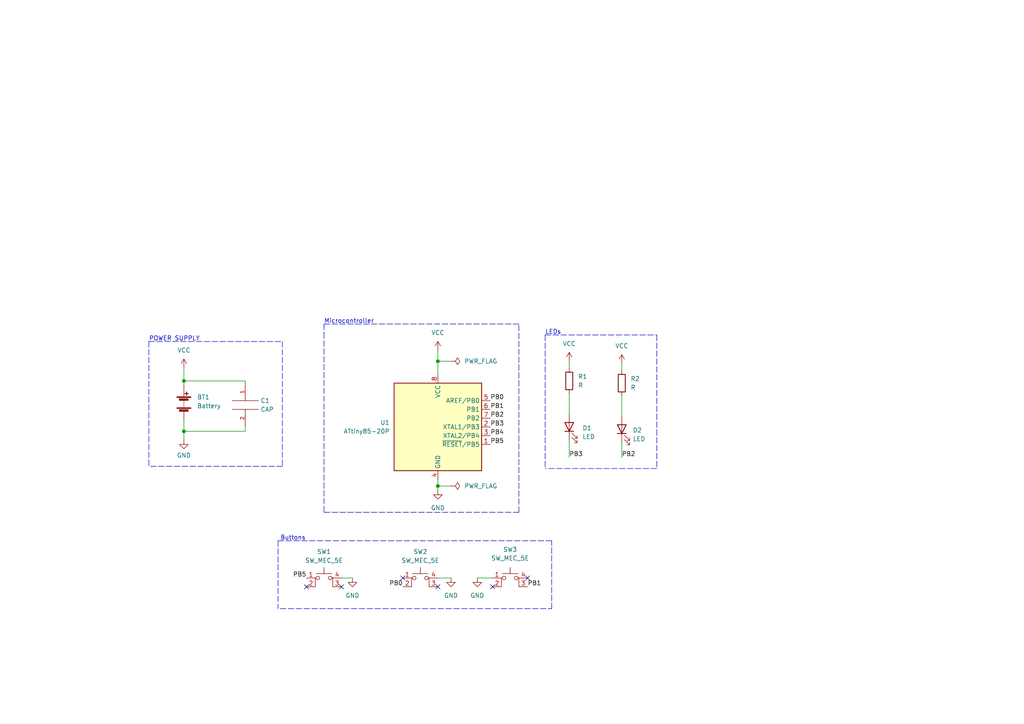
<source format=kicad_sch>
(kicad_sch (version 20211123) (generator eeschema)

  (uuid 7c9e3f1b-817c-4aa8-97dd-c276ab37d0e8)

  (paper "A4")

  (title_block
    (title "Project 4 Tiny AVR Hello World PCB")
    (date "2022-09-28")
    (rev "V1")
    (company "TU ECE 4110")
    (comment 1 "Rob L Bara")
  )

  (lib_symbols
    (symbol "Device:Battery" (pin_numbers hide) (pin_names (offset 0) hide) (in_bom yes) (on_board yes)
      (property "Reference" "BT" (id 0) (at 2.54 2.54 0)
        (effects (font (size 1.27 1.27)) (justify left))
      )
      (property "Value" "Battery" (id 1) (at 2.54 0 0)
        (effects (font (size 1.27 1.27)) (justify left))
      )
      (property "Footprint" "" (id 2) (at 0 1.524 90)
        (effects (font (size 1.27 1.27)) hide)
      )
      (property "Datasheet" "~" (id 3) (at 0 1.524 90)
        (effects (font (size 1.27 1.27)) hide)
      )
      (property "ki_keywords" "batt voltage-source cell" (id 4) (at 0 0 0)
        (effects (font (size 1.27 1.27)) hide)
      )
      (property "ki_description" "Multiple-cell battery" (id 5) (at 0 0 0)
        (effects (font (size 1.27 1.27)) hide)
      )
      (symbol "Battery_0_1"
        (rectangle (start -2.032 -1.397) (end 2.032 -1.651)
          (stroke (width 0) (type default) (color 0 0 0 0))
          (fill (type outline))
        )
        (rectangle (start -2.032 1.778) (end 2.032 1.524)
          (stroke (width 0) (type default) (color 0 0 0 0))
          (fill (type outline))
        )
        (rectangle (start -1.3208 -1.9812) (end 1.27 -2.4892)
          (stroke (width 0) (type default) (color 0 0 0 0))
          (fill (type outline))
        )
        (rectangle (start -1.3208 1.1938) (end 1.27 0.6858)
          (stroke (width 0) (type default) (color 0 0 0 0))
          (fill (type outline))
        )
        (polyline
          (pts
            (xy 0 -1.524)
            (xy 0 -1.27)
          )
          (stroke (width 0) (type default) (color 0 0 0 0))
          (fill (type none))
        )
        (polyline
          (pts
            (xy 0 -1.016)
            (xy 0 -0.762)
          )
          (stroke (width 0) (type default) (color 0 0 0 0))
          (fill (type none))
        )
        (polyline
          (pts
            (xy 0 -0.508)
            (xy 0 -0.254)
          )
          (stroke (width 0) (type default) (color 0 0 0 0))
          (fill (type none))
        )
        (polyline
          (pts
            (xy 0 0)
            (xy 0 0.254)
          )
          (stroke (width 0) (type default) (color 0 0 0 0))
          (fill (type none))
        )
        (polyline
          (pts
            (xy 0 0.508)
            (xy 0 0.762)
          )
          (stroke (width 0) (type default) (color 0 0 0 0))
          (fill (type none))
        )
        (polyline
          (pts
            (xy 0 1.778)
            (xy 0 2.54)
          )
          (stroke (width 0) (type default) (color 0 0 0 0))
          (fill (type none))
        )
        (polyline
          (pts
            (xy 0.254 2.667)
            (xy 1.27 2.667)
          )
          (stroke (width 0.254) (type default) (color 0 0 0 0))
          (fill (type none))
        )
        (polyline
          (pts
            (xy 0.762 3.175)
            (xy 0.762 2.159)
          )
          (stroke (width 0.254) (type default) (color 0 0 0 0))
          (fill (type none))
        )
      )
      (symbol "Battery_1_1"
        (pin passive line (at 0 5.08 270) (length 2.54)
          (name "+" (effects (font (size 1.27 1.27))))
          (number "1" (effects (font (size 1.27 1.27))))
        )
        (pin passive line (at 0 -5.08 90) (length 2.54)
          (name "-" (effects (font (size 1.27 1.27))))
          (number "2" (effects (font (size 1.27 1.27))))
        )
      )
    )
    (symbol "Device:LED" (pin_numbers hide) (pin_names (offset 1.016) hide) (in_bom yes) (on_board yes)
      (property "Reference" "D" (id 0) (at 0 2.54 0)
        (effects (font (size 1.27 1.27)))
      )
      (property "Value" "LED" (id 1) (at 0 -2.54 0)
        (effects (font (size 1.27 1.27)))
      )
      (property "Footprint" "" (id 2) (at 0 0 0)
        (effects (font (size 1.27 1.27)) hide)
      )
      (property "Datasheet" "~" (id 3) (at 0 0 0)
        (effects (font (size 1.27 1.27)) hide)
      )
      (property "ki_keywords" "LED diode" (id 4) (at 0 0 0)
        (effects (font (size 1.27 1.27)) hide)
      )
      (property "ki_description" "Light emitting diode" (id 5) (at 0 0 0)
        (effects (font (size 1.27 1.27)) hide)
      )
      (property "ki_fp_filters" "LED* LED_SMD:* LED_THT:*" (id 6) (at 0 0 0)
        (effects (font (size 1.27 1.27)) hide)
      )
      (symbol "LED_0_1"
        (polyline
          (pts
            (xy -1.27 -1.27)
            (xy -1.27 1.27)
          )
          (stroke (width 0.254) (type default) (color 0 0 0 0))
          (fill (type none))
        )
        (polyline
          (pts
            (xy -1.27 0)
            (xy 1.27 0)
          )
          (stroke (width 0) (type default) (color 0 0 0 0))
          (fill (type none))
        )
        (polyline
          (pts
            (xy 1.27 -1.27)
            (xy 1.27 1.27)
            (xy -1.27 0)
            (xy 1.27 -1.27)
          )
          (stroke (width 0.254) (type default) (color 0 0 0 0))
          (fill (type none))
        )
        (polyline
          (pts
            (xy -3.048 -0.762)
            (xy -4.572 -2.286)
            (xy -3.81 -2.286)
            (xy -4.572 -2.286)
            (xy -4.572 -1.524)
          )
          (stroke (width 0) (type default) (color 0 0 0 0))
          (fill (type none))
        )
        (polyline
          (pts
            (xy -1.778 -0.762)
            (xy -3.302 -2.286)
            (xy -2.54 -2.286)
            (xy -3.302 -2.286)
            (xy -3.302 -1.524)
          )
          (stroke (width 0) (type default) (color 0 0 0 0))
          (fill (type none))
        )
      )
      (symbol "LED_1_1"
        (pin passive line (at -3.81 0 0) (length 2.54)
          (name "K" (effects (font (size 1.27 1.27))))
          (number "1" (effects (font (size 1.27 1.27))))
        )
        (pin passive line (at 3.81 0 180) (length 2.54)
          (name "A" (effects (font (size 1.27 1.27))))
          (number "2" (effects (font (size 1.27 1.27))))
        )
      )
    )
    (symbol "Device:R" (pin_numbers hide) (pin_names (offset 0)) (in_bom yes) (on_board yes)
      (property "Reference" "R" (id 0) (at 2.032 0 90)
        (effects (font (size 1.27 1.27)))
      )
      (property "Value" "R" (id 1) (at 0 0 90)
        (effects (font (size 1.27 1.27)))
      )
      (property "Footprint" "" (id 2) (at -1.778 0 90)
        (effects (font (size 1.27 1.27)) hide)
      )
      (property "Datasheet" "~" (id 3) (at 0 0 0)
        (effects (font (size 1.27 1.27)) hide)
      )
      (property "ki_keywords" "R res resistor" (id 4) (at 0 0 0)
        (effects (font (size 1.27 1.27)) hide)
      )
      (property "ki_description" "Resistor" (id 5) (at 0 0 0)
        (effects (font (size 1.27 1.27)) hide)
      )
      (property "ki_fp_filters" "R_*" (id 6) (at 0 0 0)
        (effects (font (size 1.27 1.27)) hide)
      )
      (symbol "R_0_1"
        (rectangle (start -1.016 -2.54) (end 1.016 2.54)
          (stroke (width 0.254) (type default) (color 0 0 0 0))
          (fill (type none))
        )
      )
      (symbol "R_1_1"
        (pin passive line (at 0 3.81 270) (length 1.27)
          (name "~" (effects (font (size 1.27 1.27))))
          (number "1" (effects (font (size 1.27 1.27))))
        )
        (pin passive line (at 0 -3.81 90) (length 1.27)
          (name "~" (effects (font (size 1.27 1.27))))
          (number "2" (effects (font (size 1.27 1.27))))
        )
      )
    )
    (symbol "MCU_Microchip_ATtiny:ATtiny85-20P" (in_bom yes) (on_board yes)
      (property "Reference" "U" (id 0) (at -12.7 13.97 0)
        (effects (font (size 1.27 1.27)) (justify left bottom))
      )
      (property "Value" "ATtiny85-20P" (id 1) (at 2.54 -13.97 0)
        (effects (font (size 1.27 1.27)) (justify left top))
      )
      (property "Footprint" "Package_DIP:DIP-8_W7.62mm" (id 2) (at 0 0 0)
        (effects (font (size 1.27 1.27) italic) hide)
      )
      (property "Datasheet" "http://ww1.microchip.com/downloads/en/DeviceDoc/atmel-2586-avr-8-bit-microcontroller-attiny25-attiny45-attiny85_datasheet.pdf" (id 3) (at 0 0 0)
        (effects (font (size 1.27 1.27)) hide)
      )
      (property "ki_keywords" "AVR 8bit Microcontroller tinyAVR" (id 4) (at 0 0 0)
        (effects (font (size 1.27 1.27)) hide)
      )
      (property "ki_description" "20MHz, 8kB Flash, 512B SRAM, 512B EEPROM, debugWIRE, DIP-8" (id 5) (at 0 0 0)
        (effects (font (size 1.27 1.27)) hide)
      )
      (property "ki_fp_filters" "DIP*W7.62mm*" (id 6) (at 0 0 0)
        (effects (font (size 1.27 1.27)) hide)
      )
      (symbol "ATtiny85-20P_0_1"
        (rectangle (start -12.7 -12.7) (end 12.7 12.7)
          (stroke (width 0.254) (type default) (color 0 0 0 0))
          (fill (type background))
        )
      )
      (symbol "ATtiny85-20P_1_1"
        (pin bidirectional line (at 15.24 -5.08 180) (length 2.54)
          (name "~{RESET}/PB5" (effects (font (size 1.27 1.27))))
          (number "1" (effects (font (size 1.27 1.27))))
        )
        (pin bidirectional line (at 15.24 0 180) (length 2.54)
          (name "XTAL1/PB3" (effects (font (size 1.27 1.27))))
          (number "2" (effects (font (size 1.27 1.27))))
        )
        (pin bidirectional line (at 15.24 -2.54 180) (length 2.54)
          (name "XTAL2/PB4" (effects (font (size 1.27 1.27))))
          (number "3" (effects (font (size 1.27 1.27))))
        )
        (pin power_in line (at 0 -15.24 90) (length 2.54)
          (name "GND" (effects (font (size 1.27 1.27))))
          (number "4" (effects (font (size 1.27 1.27))))
        )
        (pin bidirectional line (at 15.24 7.62 180) (length 2.54)
          (name "AREF/PB0" (effects (font (size 1.27 1.27))))
          (number "5" (effects (font (size 1.27 1.27))))
        )
        (pin bidirectional line (at 15.24 5.08 180) (length 2.54)
          (name "PB1" (effects (font (size 1.27 1.27))))
          (number "6" (effects (font (size 1.27 1.27))))
        )
        (pin bidirectional line (at 15.24 2.54 180) (length 2.54)
          (name "PB2" (effects (font (size 1.27 1.27))))
          (number "7" (effects (font (size 1.27 1.27))))
        )
        (pin power_in line (at 0 15.24 270) (length 2.54)
          (name "VCC" (effects (font (size 1.27 1.27))))
          (number "8" (effects (font (size 1.27 1.27))))
        )
      )
    )
    (symbol "Switch:SW_MEC_5E" (pin_names (offset 1.016) hide) (in_bom yes) (on_board yes)
      (property "Reference" "SW" (id 0) (at 0.635 5.715 0)
        (effects (font (size 1.27 1.27)) (justify left))
      )
      (property "Value" "SW_MEC_5E" (id 1) (at 0 -3.175 0)
        (effects (font (size 1.27 1.27)))
      )
      (property "Footprint" "" (id 2) (at 0 7.62 0)
        (effects (font (size 1.27 1.27)) hide)
      )
      (property "Datasheet" "http://www.apem.com/int/index.php?controller=attachment&id_attachment=1371" (id 3) (at 0 7.62 0)
        (effects (font (size 1.27 1.27)) hide)
      )
      (property "ki_keywords" "switch normally-open pushbutton push-button" (id 4) (at 0 0 0)
        (effects (font (size 1.27 1.27)) hide)
      )
      (property "ki_description" "MEC 5E single pole normally-open tactile switch" (id 5) (at 0 0 0)
        (effects (font (size 1.27 1.27)) hide)
      )
      (property "ki_fp_filters" "SW*MEC*5G*" (id 6) (at 0 0 0)
        (effects (font (size 1.27 1.27)) hide)
      )
      (symbol "SW_MEC_5E_0_1"
        (circle (center -1.778 2.54) (radius 0.508)
          (stroke (width 0) (type default) (color 0 0 0 0))
          (fill (type none))
        )
        (polyline
          (pts
            (xy -2.286 3.81)
            (xy 2.286 3.81)
          )
          (stroke (width 0) (type default) (color 0 0 0 0))
          (fill (type none))
        )
        (polyline
          (pts
            (xy 0 3.81)
            (xy 0 5.588)
          )
          (stroke (width 0) (type default) (color 0 0 0 0))
          (fill (type none))
        )
        (polyline
          (pts
            (xy -2.54 0)
            (xy -2.54 2.54)
            (xy -2.286 2.54)
          )
          (stroke (width 0) (type default) (color 0 0 0 0))
          (fill (type none))
        )
        (polyline
          (pts
            (xy 2.54 0)
            (xy 2.54 2.54)
            (xy 2.286 2.54)
          )
          (stroke (width 0) (type default) (color 0 0 0 0))
          (fill (type none))
        )
        (circle (center 1.778 2.54) (radius 0.508)
          (stroke (width 0) (type default) (color 0 0 0 0))
          (fill (type none))
        )
        (pin passive line (at -5.08 2.54 0) (length 2.54)
          (name "1" (effects (font (size 1.27 1.27))))
          (number "1" (effects (font (size 1.27 1.27))))
        )
        (pin passive line (at -5.08 0 0) (length 2.54)
          (name "2" (effects (font (size 1.27 1.27))))
          (number "2" (effects (font (size 1.27 1.27))))
        )
        (pin passive line (at 5.08 0 180) (length 2.54)
          (name "K" (effects (font (size 1.27 1.27))))
          (number "3" (effects (font (size 1.27 1.27))))
        )
        (pin passive line (at 5.08 2.54 180) (length 2.54)
          (name "A" (effects (font (size 1.27 1.27))))
          (number "4" (effects (font (size 1.27 1.27))))
        )
      )
    )
    (symbol "power:GND" (power) (pin_names (offset 0)) (in_bom yes) (on_board yes)
      (property "Reference" "#PWR" (id 0) (at 0 -6.35 0)
        (effects (font (size 1.27 1.27)) hide)
      )
      (property "Value" "GND" (id 1) (at 0 -3.81 0)
        (effects (font (size 1.27 1.27)))
      )
      (property "Footprint" "" (id 2) (at 0 0 0)
        (effects (font (size 1.27 1.27)) hide)
      )
      (property "Datasheet" "" (id 3) (at 0 0 0)
        (effects (font (size 1.27 1.27)) hide)
      )
      (property "ki_keywords" "power-flag" (id 4) (at 0 0 0)
        (effects (font (size 1.27 1.27)) hide)
      )
      (property "ki_description" "Power symbol creates a global label with name \"GND\" , ground" (id 5) (at 0 0 0)
        (effects (font (size 1.27 1.27)) hide)
      )
      (symbol "GND_0_1"
        (polyline
          (pts
            (xy 0 0)
            (xy 0 -1.27)
            (xy 1.27 -1.27)
            (xy 0 -2.54)
            (xy -1.27 -1.27)
            (xy 0 -1.27)
          )
          (stroke (width 0) (type default) (color 0 0 0 0))
          (fill (type none))
        )
      )
      (symbol "GND_1_1"
        (pin power_in line (at 0 0 270) (length 0) hide
          (name "GND" (effects (font (size 1.27 1.27))))
          (number "1" (effects (font (size 1.27 1.27))))
        )
      )
    )
    (symbol "power:PWR_FLAG" (power) (pin_numbers hide) (pin_names (offset 0) hide) (in_bom yes) (on_board yes)
      (property "Reference" "#FLG" (id 0) (at 0 1.905 0)
        (effects (font (size 1.27 1.27)) hide)
      )
      (property "Value" "PWR_FLAG" (id 1) (at 0 3.81 0)
        (effects (font (size 1.27 1.27)))
      )
      (property "Footprint" "" (id 2) (at 0 0 0)
        (effects (font (size 1.27 1.27)) hide)
      )
      (property "Datasheet" "~" (id 3) (at 0 0 0)
        (effects (font (size 1.27 1.27)) hide)
      )
      (property "ki_keywords" "power-flag" (id 4) (at 0 0 0)
        (effects (font (size 1.27 1.27)) hide)
      )
      (property "ki_description" "Special symbol for telling ERC where power comes from" (id 5) (at 0 0 0)
        (effects (font (size 1.27 1.27)) hide)
      )
      (symbol "PWR_FLAG_0_0"
        (pin power_out line (at 0 0 90) (length 0)
          (name "pwr" (effects (font (size 1.27 1.27))))
          (number "1" (effects (font (size 1.27 1.27))))
        )
      )
      (symbol "PWR_FLAG_0_1"
        (polyline
          (pts
            (xy 0 0)
            (xy 0 1.27)
            (xy -1.016 1.905)
            (xy 0 2.54)
            (xy 1.016 1.905)
            (xy 0 1.27)
          )
          (stroke (width 0) (type default) (color 0 0 0 0))
          (fill (type none))
        )
      )
    )
    (symbol "power:VCC" (power) (pin_names (offset 0)) (in_bom yes) (on_board yes)
      (property "Reference" "#PWR" (id 0) (at 0 -3.81 0)
        (effects (font (size 1.27 1.27)) hide)
      )
      (property "Value" "VCC" (id 1) (at 0 3.81 0)
        (effects (font (size 1.27 1.27)))
      )
      (property "Footprint" "" (id 2) (at 0 0 0)
        (effects (font (size 1.27 1.27)) hide)
      )
      (property "Datasheet" "" (id 3) (at 0 0 0)
        (effects (font (size 1.27 1.27)) hide)
      )
      (property "ki_keywords" "power-flag" (id 4) (at 0 0 0)
        (effects (font (size 1.27 1.27)) hide)
      )
      (property "ki_description" "Power symbol creates a global label with name \"VCC\"" (id 5) (at 0 0 0)
        (effects (font (size 1.27 1.27)) hide)
      )
      (symbol "VCC_0_1"
        (polyline
          (pts
            (xy -0.762 1.27)
            (xy 0 2.54)
          )
          (stroke (width 0) (type default) (color 0 0 0 0))
          (fill (type none))
        )
        (polyline
          (pts
            (xy 0 0)
            (xy 0 2.54)
          )
          (stroke (width 0) (type default) (color 0 0 0 0))
          (fill (type none))
        )
        (polyline
          (pts
            (xy 0 2.54)
            (xy 0.762 1.27)
          )
          (stroke (width 0) (type default) (color 0 0 0 0))
          (fill (type none))
        )
      )
      (symbol "VCC_1_1"
        (pin power_in line (at 0 0 90) (length 0) hide
          (name "VCC" (effects (font (size 1.27 1.27))))
          (number "1" (effects (font (size 1.27 1.27))))
        )
      )
    )
    (symbol "pspice:CAP" (pin_names (offset 0.254)) (in_bom yes) (on_board yes)
      (property "Reference" "C" (id 0) (at 2.54 3.81 90)
        (effects (font (size 1.27 1.27)))
      )
      (property "Value" "CAP" (id 1) (at 2.54 -3.81 90)
        (effects (font (size 1.27 1.27)))
      )
      (property "Footprint" "" (id 2) (at 0 0 0)
        (effects (font (size 1.27 1.27)) hide)
      )
      (property "Datasheet" "~" (id 3) (at 0 0 0)
        (effects (font (size 1.27 1.27)) hide)
      )
      (property "ki_keywords" "simulation" (id 4) (at 0 0 0)
        (effects (font (size 1.27 1.27)) hide)
      )
      (property "ki_description" "Capacitor symbol for simulation only" (id 5) (at 0 0 0)
        (effects (font (size 1.27 1.27)) hide)
      )
      (symbol "CAP_0_1"
        (polyline
          (pts
            (xy -3.81 -1.27)
            (xy 3.81 -1.27)
          )
          (stroke (width 0) (type default) (color 0 0 0 0))
          (fill (type none))
        )
        (polyline
          (pts
            (xy -3.81 1.27)
            (xy 3.81 1.27)
          )
          (stroke (width 0) (type default) (color 0 0 0 0))
          (fill (type none))
        )
      )
      (symbol "CAP_1_1"
        (pin passive line (at 0 6.35 270) (length 5.08)
          (name "~" (effects (font (size 1.016 1.016))))
          (number "1" (effects (font (size 1.016 1.016))))
        )
        (pin passive line (at 0 -6.35 90) (length 5.08)
          (name "~" (effects (font (size 1.016 1.016))))
          (number "2" (effects (font (size 1.016 1.016))))
        )
      )
    )
  )

  (junction (at 127 104.775) (diameter 0) (color 0 0 0 0)
    (uuid 02f00682-ac79-4fc3-a04c-faf001c2af5e)
  )
  (junction (at 127 140.97) (diameter 0) (color 0 0 0 0)
    (uuid 1d0426bf-9da5-40e9-a57b-250a74b75c0c)
  )
  (junction (at 53.34 125.095) (diameter 0) (color 0 0 0 0)
    (uuid 2dd97abc-4931-4b61-a603-396c42c1dbce)
  )
  (junction (at 53.34 110.49) (diameter 0) (color 0 0 0 0)
    (uuid 63d7318e-4b91-4c96-ae3a-9f2e7163422b)
  )

  (no_connect (at 142.875 170.18) (uuid 2d35c5a5-2f9f-499c-9be4-7051760a4486))
  (no_connect (at 127 170.18) (uuid 2d35c5a5-2f9f-499c-9be4-7051760a4487))
  (no_connect (at 116.84 167.64) (uuid 2d35c5a5-2f9f-499c-9be4-7051760a4488))
  (no_connect (at 88.9 170.18) (uuid 2d35c5a5-2f9f-499c-9be4-7051760a4489))
  (no_connect (at 99.06 170.18) (uuid 2d35c5a5-2f9f-499c-9be4-7051760a448a))
  (no_connect (at 153.035 167.64) (uuid 2d35c5a5-2f9f-499c-9be4-7051760a448b))

  (wire (pts (xy 53.34 121.92) (xy 53.34 125.095))
    (stroke (width 0) (type default) (color 0 0 0 0))
    (uuid 016e4b00-3933-4de8-adee-932420fa2853)
  )
  (wire (pts (xy 127 140.97) (xy 127 139.065))
    (stroke (width 0) (type default) (color 0 0 0 0))
    (uuid 090e4121-d22e-4172-b770-d0922c029d48)
  )
  (polyline (pts (xy 43.18 99.06) (xy 81.915 99.06))
    (stroke (width 0) (type default) (color 0 0 0 0))
    (uuid 0cbdb774-d8e6-4417-b5fe-0e12c983719f)
  )

  (wire (pts (xy 53.34 106.68) (xy 53.34 110.49))
    (stroke (width 0) (type default) (color 0 0 0 0))
    (uuid 1e69a98e-7443-44e3-b6f2-2c8a0800d877)
  )
  (polyline (pts (xy 190.5 135.89) (xy 158.115 135.89))
    (stroke (width 0) (type default) (color 0 0 0 0))
    (uuid 1eae242a-1b9e-405b-83fe-c5a5da479ac9)
  )
  (polyline (pts (xy 81.915 99.06) (xy 81.915 135.255))
    (stroke (width 0) (type default) (color 0 0 0 0))
    (uuid 37edf429-e71c-4953-beec-d9fbf7e309d7)
  )
  (polyline (pts (xy 150.495 93.98) (xy 93.98 93.98))
    (stroke (width 0) (type default) (color 0 0 0 0))
    (uuid 39b0d152-7b5d-48a0-b4f9-3b7d8c1c1ea7)
  )

  (wire (pts (xy 180.34 114.935) (xy 180.34 120.65))
    (stroke (width 0) (type default) (color 0 0 0 0))
    (uuid 3c79f60c-2ae3-4a7b-88aa-417140c9a38c)
  )
  (wire (pts (xy 127 167.64) (xy 130.81 167.64))
    (stroke (width 0) (type default) (color 0 0 0 0))
    (uuid 4f8887b3-4bb9-45a6-9bd1-96d1e33497cb)
  )
  (wire (pts (xy 127 104.775) (xy 130.81 104.775))
    (stroke (width 0) (type default) (color 0 0 0 0))
    (uuid 5fdd2fbe-b71e-48e4-a442-e1e71aae7664)
  )
  (wire (pts (xy 165.1 127.635) (xy 165.1 132.715))
    (stroke (width 0) (type default) (color 0 0 0 0))
    (uuid 73b8e9a9-51f0-424c-bd47-336b2deb8d3e)
  )
  (wire (pts (xy 71.12 110.49) (xy 71.12 111.125))
    (stroke (width 0) (type default) (color 0 0 0 0))
    (uuid 7610a2e9-76f1-469e-af49-cf4bff447ced)
  )
  (polyline (pts (xy 93.98 148.59) (xy 150.495 148.59))
    (stroke (width 0) (type default) (color 0 0 0 0))
    (uuid 7a7c763a-b68b-4f21-aee2-3010d67b6457)
  )

  (wire (pts (xy 180.34 105.41) (xy 180.34 107.315))
    (stroke (width 0) (type default) (color 0 0 0 0))
    (uuid 7edd6882-c702-4ad5-bca7-70aafb03e4bb)
  )
  (polyline (pts (xy 150.495 148.59) (xy 150.495 93.98))
    (stroke (width 0) (type default) (color 0 0 0 0))
    (uuid 82b93d6a-9313-4c27-9d93-f53aae21753f)
  )
  (polyline (pts (xy 43.18 99.06) (xy 43.18 135.255))
    (stroke (width 0) (type default) (color 0 0 0 0))
    (uuid 86c2140d-68b2-46a8-86fc-e384bd497bae)
  )

  (wire (pts (xy 99.06 167.64) (xy 102.235 167.64))
    (stroke (width 0) (type default) (color 0 0 0 0))
    (uuid 8721fe69-1da3-4222-b81a-45f9bdf57273)
  )
  (wire (pts (xy 127 104.775) (xy 127 108.585))
    (stroke (width 0) (type default) (color 0 0 0 0))
    (uuid 87d02f73-cc37-4ccd-9195-c00afa6ce8ce)
  )
  (wire (pts (xy 130.81 140.97) (xy 127 140.97))
    (stroke (width 0) (type default) (color 0 0 0 0))
    (uuid 892e18f6-f8c2-454a-9560-2f8e45df9914)
  )
  (polyline (pts (xy 81.28 176.53) (xy 160.02 176.53))
    (stroke (width 0) (type default) (color 0 0 0 0))
    (uuid 96d32440-8445-4c93-83b4-e7347b99947a)
  )
  (polyline (pts (xy 158.115 97.155) (xy 190.5 97.155))
    (stroke (width 0) (type default) (color 0 0 0 0))
    (uuid 974fbc59-96c0-48a8-92c4-47bf0d944987)
  )
  (polyline (pts (xy 81.915 135.255) (xy 43.18 135.255))
    (stroke (width 0) (type default) (color 0 0 0 0))
    (uuid 9d8945d4-500d-4b89-8e83-966842d0ad47)
  )
  (polyline (pts (xy 93.98 96.52) (xy 93.98 148.59))
    (stroke (width 0) (type default) (color 0 0 0 0))
    (uuid a32edfac-1d00-4f7c-b3e1-027d74b82dc4)
  )

  (wire (pts (xy 165.1 114.3) (xy 165.1 120.015))
    (stroke (width 0) (type default) (color 0 0 0 0))
    (uuid aff9e4d3-9a68-4d43-ad1d-c114160f3702)
  )
  (wire (pts (xy 71.12 125.095) (xy 53.34 125.095))
    (stroke (width 0) (type default) (color 0 0 0 0))
    (uuid b0d33940-d213-42d7-93a7-85c489313d70)
  )
  (wire (pts (xy 180.34 128.27) (xy 180.34 132.715))
    (stroke (width 0) (type default) (color 0 0 0 0))
    (uuid b454f7da-f6aa-44a3-bf9f-2b61444e6b0c)
  )
  (polyline (pts (xy 160.02 156.845) (xy 80.645 156.845))
    (stroke (width 0) (type default) (color 0 0 0 0))
    (uuid b5efa6cf-5471-4a56-9a89-a15ab86f83a4)
  )

  (wire (pts (xy 127 140.97) (xy 127 142.24))
    (stroke (width 0) (type default) (color 0 0 0 0))
    (uuid c09d6906-55b6-4390-ae11-c38f7aef8351)
  )
  (wire (pts (xy 71.12 110.49) (xy 53.34 110.49))
    (stroke (width 0) (type default) (color 0 0 0 0))
    (uuid c28c3b07-3aa4-471b-9d4d-5789c96ab5fc)
  )
  (polyline (pts (xy 190.5 97.155) (xy 190.5 135.89))
    (stroke (width 0) (type default) (color 0 0 0 0))
    (uuid c5f6483a-279d-4036-b003-18b8f2b91f0e)
  )
  (polyline (pts (xy 160.02 176.53) (xy 160.02 156.845))
    (stroke (width 0) (type default) (color 0 0 0 0))
    (uuid c7788ec4-fb94-4b71-8684-382f831eee9c)
  )
  (polyline (pts (xy 158.115 97.155) (xy 158.115 135.89))
    (stroke (width 0) (type default) (color 0 0 0 0))
    (uuid cc6e4b60-b704-45a0-9018-ad923b6d38db)
  )

  (wire (pts (xy 71.12 123.825) (xy 71.12 125.095))
    (stroke (width 0) (type default) (color 0 0 0 0))
    (uuid d0e1a9fd-f5ca-4ca2-9cc9-c92786f2dfe9)
  )
  (polyline (pts (xy 93.98 93.98) (xy 93.98 96.52))
    (stroke (width 0) (type default) (color 0 0 0 0))
    (uuid d3720bc7-cafe-4dcc-bb7b-0435479d4c32)
  )

  (wire (pts (xy 53.34 125.095) (xy 53.34 127.635))
    (stroke (width 0) (type default) (color 0 0 0 0))
    (uuid e317c73e-48ae-46af-8728-1b9c68092865)
  )
  (wire (pts (xy 53.34 110.49) (xy 53.34 111.76))
    (stroke (width 0) (type default) (color 0 0 0 0))
    (uuid ebdaac14-b3b8-4ff5-9d63-5ec7a98bcc2f)
  )
  (polyline (pts (xy 80.645 156.845) (xy 80.645 176.53))
    (stroke (width 0) (type default) (color 0 0 0 0))
    (uuid f0181d3e-f321-4e74-92fb-46961304ec34)
  )

  (wire (pts (xy 138.43 167.64) (xy 142.875 167.64))
    (stroke (width 0) (type default) (color 0 0 0 0))
    (uuid fc6a210a-b88b-4ef9-9b7d-87551f9cbb30)
  )
  (wire (pts (xy 127 101.6) (xy 127 104.775))
    (stroke (width 0) (type default) (color 0 0 0 0))
    (uuid fd860094-1b52-48f4-84aa-f59d7fb537b8)
  )
  (wire (pts (xy 165.1 104.775) (xy 165.1 106.68))
    (stroke (width 0) (type default) (color 0 0 0 0))
    (uuid fdc61f46-2506-4ed3-85d9-594592969ca8)
  )

  (text "POWER SUPPLY" (at 43.18 99.06 0)
    (effects (font (size 1.27 1.27)) (justify left bottom))
    (uuid 25c521da-1a06-46da-b16a-bd52ee272272)
  )
  (text "LEDs" (at 158.115 97.155 0)
    (effects (font (size 1.27 1.27)) (justify left bottom))
    (uuid 28522262-bc96-4e66-9cc5-7a1fd0d06918)
  )
  (text "Microcontroller" (at 93.98 93.98 0)
    (effects (font (size 1.27 1.27)) (justify left bottom))
    (uuid ebc4ad59-2813-401d-8407-4309e349145a)
  )
  (text "Buttons" (at 81.28 156.845 0)
    (effects (font (size 1.27 1.27)) (justify left bottom))
    (uuid f38375a7-8cbb-43cf-95b2-6e9b4bd12eeb)
  )

  (label "PB4" (at 142.24 126.365 0)
    (effects (font (size 1.27 1.27)) (justify left bottom))
    (uuid 0eba3bfb-4974-4ac9-bc27-3b74b5fc7920)
  )
  (label "PB2" (at 180.34 132.715 0)
    (effects (font (size 1.27 1.27)) (justify left bottom))
    (uuid 46020771-15a2-437f-ab42-c5600dc9e094)
  )
  (label "PB0" (at 142.24 116.205 0)
    (effects (font (size 1.27 1.27)) (justify left bottom))
    (uuid 66fb0b00-6109-446a-a857-a4bd539a5c76)
  )
  (label "PB3" (at 142.24 123.825 0)
    (effects (font (size 1.27 1.27)) (justify left bottom))
    (uuid 671760ae-738f-49a8-8901-7fc90fd84f2b)
  )
  (label "PB1" (at 142.24 118.745 0)
    (effects (font (size 1.27 1.27)) (justify left bottom))
    (uuid 6fda82b3-e893-4bbd-8cc7-a32291ce0b51)
  )
  (label "PB1" (at 153.035 170.18 0)
    (effects (font (size 1.27 1.27)) (justify left bottom))
    (uuid 7d07b710-7616-4523-9557-909f2c5d2f32)
  )
  (label "PB0" (at 116.84 170.18 180)
    (effects (font (size 1.27 1.27)) (justify right bottom))
    (uuid 9f745e92-12ea-4418-b6c8-fd61c56a39f0)
  )
  (label "PB5" (at 142.24 128.905 0)
    (effects (font (size 1.27 1.27)) (justify left bottom))
    (uuid a395565f-49dc-4318-b270-cd2af65df2e8)
  )
  (label "PB3" (at 165.1 132.715 0)
    (effects (font (size 1.27 1.27)) (justify left bottom))
    (uuid ae9602d7-5ba6-43a9-9a2e-a3bfed5ee339)
  )
  (label "PB5" (at 88.9 167.64 180)
    (effects (font (size 1.27 1.27)) (justify right bottom))
    (uuid b95988de-54ec-4043-a7ce-cc682275dc13)
  )
  (label "PB2" (at 142.24 121.285 0)
    (effects (font (size 1.27 1.27)) (justify left bottom))
    (uuid d5c63aed-c090-4730-aa4c-a703972fd47e)
  )

  (symbol (lib_id "Switch:SW_MEC_5E") (at 121.92 170.18 0) (unit 1)
    (in_bom yes) (on_board yes) (fields_autoplaced)
    (uuid 29909a90-0bb0-42f4-9cd3-bde7a6846ca3)
    (property "Reference" "SW2" (id 0) (at 121.92 160.02 0))
    (property "Value" "SW_MEC_5E" (id 1) (at 121.92 162.56 0))
    (property "Footprint" "Button_Switch_THT:SW_TH_Tactile_Omron_B3F-10xx" (id 2) (at 121.92 162.56 0)
      (effects (font (size 1.27 1.27)) hide)
    )
    (property "Datasheet" "http://www.apem.com/int/index.php?controller=attachment&id_attachment=1371" (id 3) (at 121.92 162.56 0)
      (effects (font (size 1.27 1.27)) hide)
    )
    (pin "1" (uuid 526bebf9-21c4-4074-9926-49b5853213f4))
    (pin "2" (uuid cb8ca514-4def-4438-a4f7-f775d4e7386b))
    (pin "3" (uuid 241a4356-7dea-4786-91b7-99296db3b47a))
    (pin "4" (uuid a7bc95d0-572b-40ac-abfc-0776af9fd21c))
  )

  (symbol (lib_id "power:GND") (at 130.81 167.64 0) (unit 1)
    (in_bom yes) (on_board yes) (fields_autoplaced)
    (uuid 2e1459e0-5cc4-4ce0-8cfe-07edb736d361)
    (property "Reference" "#PWR0109" (id 0) (at 130.81 173.99 0)
      (effects (font (size 1.27 1.27)) hide)
    )
    (property "Value" "GND" (id 1) (at 130.81 172.72 0))
    (property "Footprint" "" (id 2) (at 130.81 167.64 0)
      (effects (font (size 1.27 1.27)) hide)
    )
    (property "Datasheet" "" (id 3) (at 130.81 167.64 0)
      (effects (font (size 1.27 1.27)) hide)
    )
    (pin "1" (uuid eb3de045-2847-42de-b656-e68385edcfdb))
  )

  (symbol (lib_id "power:VCC") (at 165.1 104.775 0) (unit 1)
    (in_bom yes) (on_board yes) (fields_autoplaced)
    (uuid 3ccb50ac-630e-4362-b4a3-d1aa8387e6d4)
    (property "Reference" "#PWR0104" (id 0) (at 165.1 108.585 0)
      (effects (font (size 1.27 1.27)) hide)
    )
    (property "Value" "VCC" (id 1) (at 165.1 99.695 0))
    (property "Footprint" "" (id 2) (at 165.1 104.775 0)
      (effects (font (size 1.27 1.27)) hide)
    )
    (property "Datasheet" "" (id 3) (at 165.1 104.775 0)
      (effects (font (size 1.27 1.27)) hide)
    )
    (pin "1" (uuid dc5d2038-c0f0-4fdc-86b4-7c313a24a0ce))
  )

  (symbol (lib_id "Device:R") (at 180.34 111.125 0) (unit 1)
    (in_bom yes) (on_board yes) (fields_autoplaced)
    (uuid 3d392860-910d-4fb1-98dc-c6d98d20f3c3)
    (property "Reference" "R2" (id 0) (at 182.88 109.8549 0)
      (effects (font (size 1.27 1.27)) (justify left))
    )
    (property "Value" "R" (id 1) (at 182.88 112.3949 0)
      (effects (font (size 1.27 1.27)) (justify left))
    )
    (property "Footprint" "Resistor_THT:R_Axial_DIN0207_L6.3mm_D2.5mm_P10.16mm_Horizontal" (id 2) (at 178.562 111.125 90)
      (effects (font (size 1.27 1.27)) hide)
    )
    (property "Datasheet" "~" (id 3) (at 180.34 111.125 0)
      (effects (font (size 1.27 1.27)) hide)
    )
    (pin "1" (uuid 501dd4a0-05b4-4c18-b4b1-20def77e74e5))
    (pin "2" (uuid 783fcb52-9119-4cbc-895b-3731e380899e))
  )

  (symbol (lib_id "Device:R") (at 165.1 110.49 0) (unit 1)
    (in_bom yes) (on_board yes) (fields_autoplaced)
    (uuid 3fbc95d5-4e58-4dd7-a949-21bcf6a34f35)
    (property "Reference" "R1" (id 0) (at 167.64 109.2199 0)
      (effects (font (size 1.27 1.27)) (justify left))
    )
    (property "Value" "R" (id 1) (at 167.64 111.7599 0)
      (effects (font (size 1.27 1.27)) (justify left))
    )
    (property "Footprint" "Resistor_THT:R_Axial_DIN0207_L6.3mm_D2.5mm_P10.16mm_Horizontal" (id 2) (at 163.322 110.49 90)
      (effects (font (size 1.27 1.27)) hide)
    )
    (property "Datasheet" "~" (id 3) (at 165.1 110.49 0)
      (effects (font (size 1.27 1.27)) hide)
    )
    (pin "1" (uuid 622648a1-6548-4b28-b2dd-ab9926381c74))
    (pin "2" (uuid 99ae2b19-908a-4e2f-a149-45b282e3b401))
  )

  (symbol (lib_id "power:PWR_FLAG") (at 130.81 104.775 270) (unit 1)
    (in_bom yes) (on_board yes) (fields_autoplaced)
    (uuid 4a4944a5-6929-4150-89fc-8535978dd000)
    (property "Reference" "#FLG0101" (id 0) (at 132.715 104.775 0)
      (effects (font (size 1.27 1.27)) hide)
    )
    (property "Value" "PWR_FLAG" (id 1) (at 134.62 104.7749 90)
      (effects (font (size 1.27 1.27)) (justify left))
    )
    (property "Footprint" "" (id 2) (at 130.81 104.775 0)
      (effects (font (size 1.27 1.27)) hide)
    )
    (property "Datasheet" "~" (id 3) (at 130.81 104.775 0)
      (effects (font (size 1.27 1.27)) hide)
    )
    (pin "1" (uuid aaabdfc1-25a0-4a08-a005-77e7b848e4bf))
  )

  (symbol (lib_id "Switch:SW_MEC_5E") (at 93.98 170.18 0) (unit 1)
    (in_bom yes) (on_board yes) (fields_autoplaced)
    (uuid 4abbf278-5f6d-4159-9959-eb91d9b7a5b0)
    (property "Reference" "SW1" (id 0) (at 93.98 160.02 0))
    (property "Value" "SW_MEC_5E" (id 1) (at 93.98 162.56 0))
    (property "Footprint" "Button_Switch_THT:SW_TH_Tactile_Omron_B3F-10xx" (id 2) (at 93.98 162.56 0)
      (effects (font (size 1.27 1.27)) hide)
    )
    (property "Datasheet" "http://www.apem.com/int/index.php?controller=attachment&id_attachment=1371" (id 3) (at 93.98 162.56 0)
      (effects (font (size 1.27 1.27)) hide)
    )
    (pin "1" (uuid d11d4889-6075-4fc7-8aac-5a24954632ed))
    (pin "2" (uuid 14bf8d2a-8cbb-4dbc-b0af-679a396feefc))
    (pin "3" (uuid edb1ffa3-d543-45ac-ba4e-c637b996ac7e))
    (pin "4" (uuid 7203cc0b-eeb7-4158-af67-515e7cd7de27))
  )

  (symbol (lib_id "Switch:SW_MEC_5E") (at 147.955 170.18 0) (unit 1)
    (in_bom yes) (on_board yes) (fields_autoplaced)
    (uuid 4b37d60c-cbe5-4c1a-9ea7-9c1cf21d54db)
    (property "Reference" "SW3" (id 0) (at 147.955 159.385 0))
    (property "Value" "SW_MEC_5E" (id 1) (at 147.955 161.925 0))
    (property "Footprint" "Button_Switch_THT:SW_TH_Tactile_Omron_B3F-10xx" (id 2) (at 147.955 162.56 0)
      (effects (font (size 1.27 1.27)) hide)
    )
    (property "Datasheet" "http://www.apem.com/int/index.php?controller=attachment&id_attachment=1371" (id 3) (at 147.955 162.56 0)
      (effects (font (size 1.27 1.27)) hide)
    )
    (pin "1" (uuid bbfc5576-033b-4f68-9e21-dca99554b715))
    (pin "2" (uuid 16938bed-d5b3-4bc2-80cd-2026a9450c0f))
    (pin "3" (uuid d038aab8-b3c1-4475-8aa4-0a9619bbf3f4))
    (pin "4" (uuid 43a791b4-2b37-4ebd-b082-53c5ded519ec))
  )

  (symbol (lib_id "MCU_Microchip_ATtiny:ATtiny85-20P") (at 127 123.825 0) (unit 1)
    (in_bom yes) (on_board yes) (fields_autoplaced)
    (uuid 4e5eb310-1420-4c71-ac20-143a08ba41a5)
    (property "Reference" "U1" (id 0) (at 113.03 122.5549 0)
      (effects (font (size 1.27 1.27)) (justify right))
    )
    (property "Value" "ATtiny85-20P" (id 1) (at 113.03 125.0949 0)
      (effects (font (size 1.27 1.27)) (justify right))
    )
    (property "Footprint" "Package_DIP:DIP-8_W7.62mm" (id 2) (at 127 123.825 0)
      (effects (font (size 1.27 1.27) italic) hide)
    )
    (property "Datasheet" "http://ww1.microchip.com/downloads/en/DeviceDoc/atmel-2586-avr-8-bit-microcontroller-attiny25-attiny45-attiny85_datasheet.pdf" (id 3) (at 127 123.825 0)
      (effects (font (size 1.27 1.27)) hide)
    )
    (pin "1" (uuid c5bf66a4-176c-4a3a-b56f-18a45b55b582))
    (pin "2" (uuid cd79b835-bb3b-4c99-b8e3-ffb7b3d8a7a5))
    (pin "3" (uuid becc0d19-c215-4dbc-ab16-9afc59c862fd))
    (pin "4" (uuid de724ac7-543c-4994-a3ce-4523b8f0ffda))
    (pin "5" (uuid e69977cc-acd0-40f3-99fa-ebda9444aa64))
    (pin "6" (uuid 0767b0b8-face-4b91-97c7-201ef42c9646))
    (pin "7" (uuid d99ad3c5-9fd4-4ad9-9759-732c25e83141))
    (pin "8" (uuid 43de154d-c4d1-4892-987c-a22046e5f994))
  )

  (symbol (lib_id "pspice:CAP") (at 71.12 117.475 0) (unit 1)
    (in_bom yes) (on_board yes) (fields_autoplaced)
    (uuid 5fc8c073-70d8-45d6-8455-a569eab7bae7)
    (property "Reference" "C1" (id 0) (at 75.565 116.2049 0)
      (effects (font (size 1.27 1.27)) (justify left))
    )
    (property "Value" "CAP" (id 1) (at 75.565 118.7449 0)
      (effects (font (size 1.27 1.27)) (justify left))
    )
    (property "Footprint" "Capacitor_THT:C_Rect_L4.6mm_W2.0mm_P2.50mm_MKS02_FKP02" (id 2) (at 71.12 117.475 0)
      (effects (font (size 1.27 1.27)) hide)
    )
    (property "Datasheet" "~" (id 3) (at 71.12 117.475 0)
      (effects (font (size 1.27 1.27)) hide)
    )
    (pin "1" (uuid 4222dbd0-a250-4b15-b6a0-094e65f1a0ef))
    (pin "2" (uuid dd214c83-2013-42f5-8278-c297b5e51551))
  )

  (symbol (lib_id "power:GND") (at 102.235 167.64 0) (unit 1)
    (in_bom yes) (on_board yes) (fields_autoplaced)
    (uuid 62523ba5-7c3e-4826-a54a-f2034506d4a6)
    (property "Reference" "#PWR0103" (id 0) (at 102.235 173.99 0)
      (effects (font (size 1.27 1.27)) hide)
    )
    (property "Value" "GND" (id 1) (at 102.235 172.72 0))
    (property "Footprint" "" (id 2) (at 102.235 167.64 0)
      (effects (font (size 1.27 1.27)) hide)
    )
    (property "Datasheet" "" (id 3) (at 102.235 167.64 0)
      (effects (font (size 1.27 1.27)) hide)
    )
    (pin "1" (uuid 0d92b76c-e299-4221-9b72-7f7c24775044))
  )

  (symbol (lib_id "power:VCC") (at 53.34 106.68 0) (unit 1)
    (in_bom yes) (on_board yes) (fields_autoplaced)
    (uuid 6b42d4ba-8440-4cbf-be78-c477c34a8902)
    (property "Reference" "#PWR0102" (id 0) (at 53.34 110.49 0)
      (effects (font (size 1.27 1.27)) hide)
    )
    (property "Value" "VCC" (id 1) (at 53.34 101.6 0))
    (property "Footprint" "" (id 2) (at 53.34 106.68 0)
      (effects (font (size 1.27 1.27)) hide)
    )
    (property "Datasheet" "" (id 3) (at 53.34 106.68 0)
      (effects (font (size 1.27 1.27)) hide)
    )
    (pin "1" (uuid f83cc2a7-a2d0-4b42-a3ec-fe927f5cfd61))
  )

  (symbol (lib_id "Device:Battery") (at 53.34 116.84 0) (unit 1)
    (in_bom yes) (on_board yes) (fields_autoplaced)
    (uuid 6faf4581-5d01-4f0e-a56f-3e78d8e012f1)
    (property "Reference" "BT1" (id 0) (at 57.15 115.1889 0)
      (effects (font (size 1.27 1.27)) (justify left))
    )
    (property "Value" "Battery" (id 1) (at 57.15 117.7289 0)
      (effects (font (size 1.27 1.27)) (justify left))
    )
    (property "Footprint" "Connector_PinSocket_2.54mm:PinSocket_1x02_P2.54mm_Vertical" (id 2) (at 53.34 115.316 90)
      (effects (font (size 1.27 1.27)) hide)
    )
    (property "Datasheet" "~" (id 3) (at 53.34 115.316 90)
      (effects (font (size 1.27 1.27)) hide)
    )
    (pin "1" (uuid e1f5dfe5-1986-43c1-82d2-d878dade518a))
    (pin "2" (uuid a244a666-1401-4606-8b02-84e44286ac08))
  )

  (symbol (lib_id "power:GND") (at 53.34 127.635 0) (unit 1)
    (in_bom yes) (on_board yes) (fields_autoplaced)
    (uuid 8bfb2dea-db19-413c-91d3-91719a1d3264)
    (property "Reference" "#PWR0101" (id 0) (at 53.34 133.985 0)
      (effects (font (size 1.27 1.27)) hide)
    )
    (property "Value" "GND" (id 1) (at 53.34 132.08 0))
    (property "Footprint" "" (id 2) (at 53.34 127.635 0)
      (effects (font (size 1.27 1.27)) hide)
    )
    (property "Datasheet" "" (id 3) (at 53.34 127.635 0)
      (effects (font (size 1.27 1.27)) hide)
    )
    (pin "1" (uuid d92d5109-75ca-4782-abfa-9ee64f92f5aa))
  )

  (symbol (lib_id "Device:LED") (at 180.34 124.46 90) (unit 1)
    (in_bom yes) (on_board yes) (fields_autoplaced)
    (uuid b184188b-3c75-45b4-a536-b6af90af546b)
    (property "Reference" "D2" (id 0) (at 183.515 124.7774 90)
      (effects (font (size 1.27 1.27)) (justify right))
    )
    (property "Value" "LED" (id 1) (at 183.515 127.3174 90)
      (effects (font (size 1.27 1.27)) (justify right))
    )
    (property "Footprint" "LED_THT:LED_D3.0mm" (id 2) (at 180.34 124.46 0)
      (effects (font (size 1.27 1.27)) hide)
    )
    (property "Datasheet" "~" (id 3) (at 180.34 124.46 0)
      (effects (font (size 1.27 1.27)) hide)
    )
    (pin "1" (uuid fe1c0969-b3dc-4dce-9981-01934e6e6937))
    (pin "2" (uuid f9a17d9c-e4c6-4d8a-acd1-d3f283badfb8))
  )

  (symbol (lib_id "power:PWR_FLAG") (at 130.81 140.97 270) (unit 1)
    (in_bom yes) (on_board yes) (fields_autoplaced)
    (uuid bd320f90-2ca9-4f44-8546-27b442dcd6c5)
    (property "Reference" "#FLG0102" (id 0) (at 132.715 140.97 0)
      (effects (font (size 1.27 1.27)) hide)
    )
    (property "Value" "PWR_FLAG" (id 1) (at 134.62 140.9699 90)
      (effects (font (size 1.27 1.27)) (justify left))
    )
    (property "Footprint" "" (id 2) (at 130.81 140.97 0)
      (effects (font (size 1.27 1.27)) hide)
    )
    (property "Datasheet" "~" (id 3) (at 130.81 140.97 0)
      (effects (font (size 1.27 1.27)) hide)
    )
    (pin "1" (uuid 2d30aae1-96c3-4b42-9ec9-8e09e1d7d34d))
  )

  (symbol (lib_id "power:VCC") (at 127 101.6 0) (unit 1)
    (in_bom yes) (on_board yes) (fields_autoplaced)
    (uuid bd6d1282-183e-44e8-8ad6-67941eb26ed4)
    (property "Reference" "#PWR0106" (id 0) (at 127 105.41 0)
      (effects (font (size 1.27 1.27)) hide)
    )
    (property "Value" "VCC" (id 1) (at 127 96.52 0))
    (property "Footprint" "" (id 2) (at 127 101.6 0)
      (effects (font (size 1.27 1.27)) hide)
    )
    (property "Datasheet" "" (id 3) (at 127 101.6 0)
      (effects (font (size 1.27 1.27)) hide)
    )
    (pin "1" (uuid 4ccd557e-4ce4-4247-b47a-89bc9468d539))
  )

  (symbol (lib_id "power:VCC") (at 180.34 105.41 0) (unit 1)
    (in_bom yes) (on_board yes) (fields_autoplaced)
    (uuid c2e60efd-b6e1-4177-a11f-43add3054b60)
    (property "Reference" "#PWR0105" (id 0) (at 180.34 109.22 0)
      (effects (font (size 1.27 1.27)) hide)
    )
    (property "Value" "VCC" (id 1) (at 180.34 100.33 0))
    (property "Footprint" "" (id 2) (at 180.34 105.41 0)
      (effects (font (size 1.27 1.27)) hide)
    )
    (property "Datasheet" "" (id 3) (at 180.34 105.41 0)
      (effects (font (size 1.27 1.27)) hide)
    )
    (pin "1" (uuid f4990540-816c-4f09-a434-04a89c034462))
  )

  (symbol (lib_id "power:GND") (at 138.43 167.64 0) (unit 1)
    (in_bom yes) (on_board yes) (fields_autoplaced)
    (uuid c730283c-06da-4905-a7e2-b9b261b54e48)
    (property "Reference" "#PWR0108" (id 0) (at 138.43 173.99 0)
      (effects (font (size 1.27 1.27)) hide)
    )
    (property "Value" "GND" (id 1) (at 138.43 172.72 0))
    (property "Footprint" "" (id 2) (at 138.43 167.64 0)
      (effects (font (size 1.27 1.27)) hide)
    )
    (property "Datasheet" "" (id 3) (at 138.43 167.64 0)
      (effects (font (size 1.27 1.27)) hide)
    )
    (pin "1" (uuid 4af07d90-ab33-4dad-8477-ed3cc0e0cd51))
  )

  (symbol (lib_id "Device:LED") (at 165.1 123.825 90) (unit 1)
    (in_bom yes) (on_board yes) (fields_autoplaced)
    (uuid ebef2faf-c49d-40a2-a0e8-34fa5d6fa702)
    (property "Reference" "D1" (id 0) (at 168.91 124.1424 90)
      (effects (font (size 1.27 1.27)) (justify right))
    )
    (property "Value" "LED" (id 1) (at 168.91 126.6824 90)
      (effects (font (size 1.27 1.27)) (justify right))
    )
    (property "Footprint" "LED_THT:LED_D3.0mm" (id 2) (at 165.1 123.825 0)
      (effects (font (size 1.27 1.27)) hide)
    )
    (property "Datasheet" "~" (id 3) (at 165.1 123.825 0)
      (effects (font (size 1.27 1.27)) hide)
    )
    (pin "1" (uuid 4b89bba8-065f-4b4e-8dda-780e1870347f))
    (pin "2" (uuid 73b3a191-258b-471e-8df7-10286990fb29))
  )

  (symbol (lib_id "power:GND") (at 127 142.24 0) (unit 1)
    (in_bom yes) (on_board yes) (fields_autoplaced)
    (uuid fc0ea48d-3287-48c3-b293-ff3ff24481ce)
    (property "Reference" "#PWR0107" (id 0) (at 127 148.59 0)
      (effects (font (size 1.27 1.27)) hide)
    )
    (property "Value" "GND" (id 1) (at 127 147.32 0))
    (property "Footprint" "" (id 2) (at 127 142.24 0)
      (effects (font (size 1.27 1.27)) hide)
    )
    (property "Datasheet" "" (id 3) (at 127 142.24 0)
      (effects (font (size 1.27 1.27)) hide)
    )
    (pin "1" (uuid cc496ed6-e59b-4061-b973-13a4c690d6fa))
  )

  (sheet_instances
    (path "/" (page "1"))
  )

  (symbol_instances
    (path "/4a4944a5-6929-4150-89fc-8535978dd000"
      (reference "#FLG0101") (unit 1) (value "PWR_FLAG") (footprint "")
    )
    (path "/bd320f90-2ca9-4f44-8546-27b442dcd6c5"
      (reference "#FLG0102") (unit 1) (value "PWR_FLAG") (footprint "")
    )
    (path "/8bfb2dea-db19-413c-91d3-91719a1d3264"
      (reference "#PWR0101") (unit 1) (value "GND") (footprint "")
    )
    (path "/6b42d4ba-8440-4cbf-be78-c477c34a8902"
      (reference "#PWR0102") (unit 1) (value "VCC") (footprint "")
    )
    (path "/62523ba5-7c3e-4826-a54a-f2034506d4a6"
      (reference "#PWR0103") (unit 1) (value "GND") (footprint "")
    )
    (path "/3ccb50ac-630e-4362-b4a3-d1aa8387e6d4"
      (reference "#PWR0104") (unit 1) (value "VCC") (footprint "")
    )
    (path "/c2e60efd-b6e1-4177-a11f-43add3054b60"
      (reference "#PWR0105") (unit 1) (value "VCC") (footprint "")
    )
    (path "/bd6d1282-183e-44e8-8ad6-67941eb26ed4"
      (reference "#PWR0106") (unit 1) (value "VCC") (footprint "")
    )
    (path "/fc0ea48d-3287-48c3-b293-ff3ff24481ce"
      (reference "#PWR0107") (unit 1) (value "GND") (footprint "")
    )
    (path "/c730283c-06da-4905-a7e2-b9b261b54e48"
      (reference "#PWR0108") (unit 1) (value "GND") (footprint "")
    )
    (path "/2e1459e0-5cc4-4ce0-8cfe-07edb736d361"
      (reference "#PWR0109") (unit 1) (value "GND") (footprint "")
    )
    (path "/6faf4581-5d01-4f0e-a56f-3e78d8e012f1"
      (reference "BT1") (unit 1) (value "Battery") (footprint "Connector_PinSocket_2.54mm:PinSocket_1x02_P2.54mm_Vertical")
    )
    (path "/5fc8c073-70d8-45d6-8455-a569eab7bae7"
      (reference "C1") (unit 1) (value "CAP") (footprint "Capacitor_THT:C_Rect_L4.6mm_W2.0mm_P2.50mm_MKS02_FKP02")
    )
    (path "/ebef2faf-c49d-40a2-a0e8-34fa5d6fa702"
      (reference "D1") (unit 1) (value "LED") (footprint "LED_THT:LED_D3.0mm")
    )
    (path "/b184188b-3c75-45b4-a536-b6af90af546b"
      (reference "D2") (unit 1) (value "LED") (footprint "LED_THT:LED_D3.0mm")
    )
    (path "/3fbc95d5-4e58-4dd7-a949-21bcf6a34f35"
      (reference "R1") (unit 1) (value "R") (footprint "Resistor_THT:R_Axial_DIN0207_L6.3mm_D2.5mm_P10.16mm_Horizontal")
    )
    (path "/3d392860-910d-4fb1-98dc-c6d98d20f3c3"
      (reference "R2") (unit 1) (value "R") (footprint "Resistor_THT:R_Axial_DIN0207_L6.3mm_D2.5mm_P10.16mm_Horizontal")
    )
    (path "/4abbf278-5f6d-4159-9959-eb91d9b7a5b0"
      (reference "SW1") (unit 1) (value "SW_MEC_5E") (footprint "Button_Switch_THT:SW_TH_Tactile_Omron_B3F-10xx")
    )
    (path "/29909a90-0bb0-42f4-9cd3-bde7a6846ca3"
      (reference "SW2") (unit 1) (value "SW_MEC_5E") (footprint "Button_Switch_THT:SW_TH_Tactile_Omron_B3F-10xx")
    )
    (path "/4b37d60c-cbe5-4c1a-9ea7-9c1cf21d54db"
      (reference "SW3") (unit 1) (value "SW_MEC_5E") (footprint "Button_Switch_THT:SW_TH_Tactile_Omron_B3F-10xx")
    )
    (path "/4e5eb310-1420-4c71-ac20-143a08ba41a5"
      (reference "U1") (unit 1) (value "ATtiny85-20P") (footprint "Package_DIP:DIP-8_W7.62mm")
    )
  )
)

</source>
